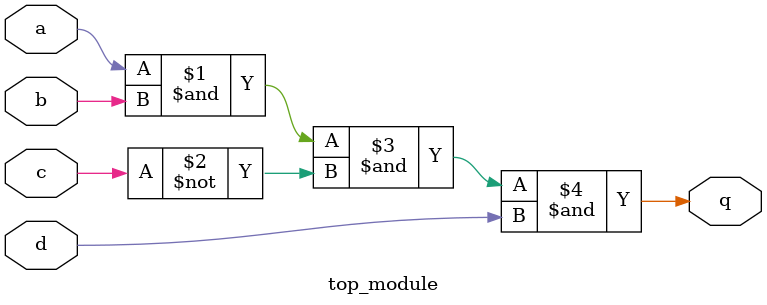
<source format=sv>
module top_module (
	input a,
	input b,
	input c,
	input d,
	output q
);

	assign q = a & b & ~c & d;

endmodule

</source>
